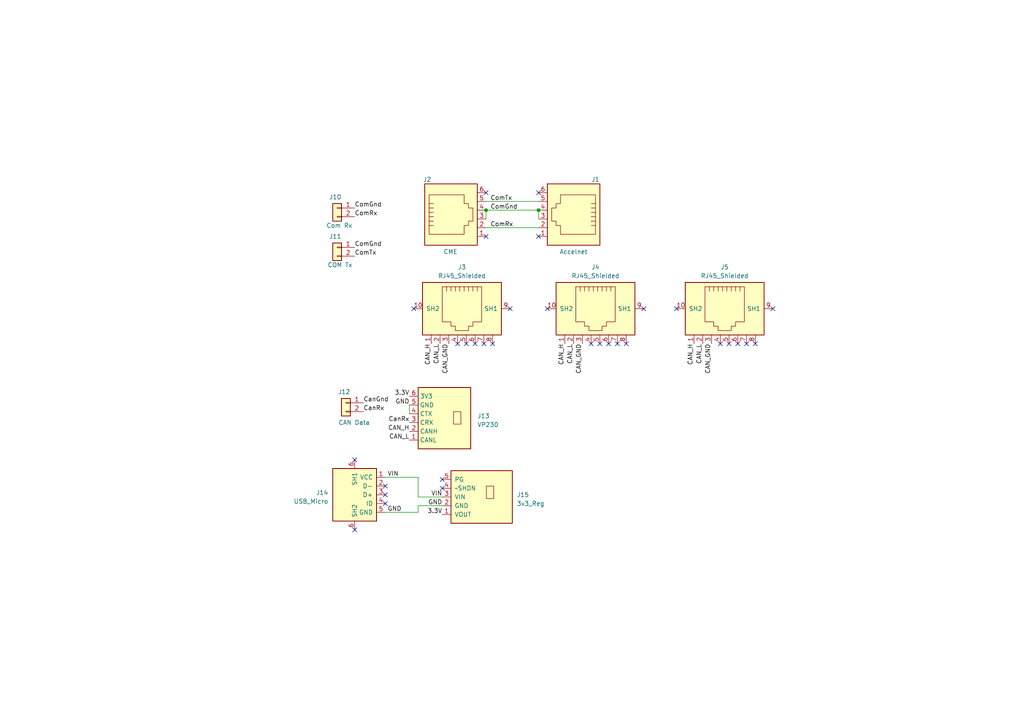
<source format=kicad_sch>
(kicad_sch (version 20230121) (generator eeschema)
  (paper "A4")
  (lib_symbols
    (symbol ".tls-symbols:Pololu_3V3_Reg" (pin_names (offset 1.016))
      (property "Reference" "J" (at 9.906 8.636 0))
      (property "Value" "3v3_Reg" (at -4.318 9.144 0))
      (symbol "Pololu_3V3_Reg_0_1"
        (rectangle (start -7.62 7.62) (end 10.16 -7.62) (stroke (width 0.254)) (fill (type background)))
        (rectangle (start 2.6416 3.1496) (end 4.7752 -0.4572))
      )
      (symbol "Pololu_3V3_Reg_1_1"
        (pin power_out line (at -10.16 -5.08 0) (length 2.54) (name "VOUT") (number "1"))
        (pin passive line (at -10.16 -2.54 0) (length 2.54) (name "GND") (number "2"))
        (pin power_in line (at -10.16 0 0) (length 2.54) (name "VIN") (number "3"))
        (pin input line (at -10.16 2.54 0) (length 2.54) (name "~SHDN") (number "4"))
        (pin output line (at -10.16 5.08 0) (length 2.54) (name "PG") (number "5"))
      )
    )
    (symbol ".tls-symbols:RJ45_Shielded" (pin_names (offset 1.016))
      (property "Reference" "J" (at -5.08 13.97 0))
      (property "Value" "RJ45_Shielded" (at 2.54 13.97 0))
      (symbol "RJ45_Shielded_0_1"
        (rectangle (start -7.62 12.7) (end 7.62 -10.16) (stroke (width 0.254)) (fill (type background)))
        (polyline (pts (xy -5.08 4.445) (xy -6.35 4.445)))
        (polyline (pts (xy -5.08 5.715) (xy -6.35 5.715)))
        (polyline (pts (xy -6.35 -3.175) (xy -5.08 -3.175) (xy -5.08 -3.175)))
        (polyline (pts (xy -6.35 -1.905) (xy -5.08 -1.905) (xy -5.08 -1.905)))
        (polyline (pts (xy -6.35 -0.635) (xy -5.08 -0.635) (xy -5.08 -0.635)))
        (polyline (pts (xy -6.35 0.635) (xy -5.08 0.635) (xy -5.08 0.635)))
        (polyline (pts (xy -6.35 1.905) (xy -5.08 1.905) (xy -5.08 1.905)))
        (polyline (pts (xy -5.08 3.175) (xy -6.35 3.175) (xy -6.35 3.175)))
        (polyline (pts (xy -6.35 -4.445) (xy -6.35 6.985) (xy 3.81 6.985) (xy 3.81 4.445) (xy 5.08 4.445) (xy 5.08 3.175) (xy 6.35 3.175) (xy 6.35 -0.635) (xy 5.08 -0.635) (xy 5.08 -1.905) (xy 3.81 -1.905) (xy 3.81 -4.445) (xy -6.35 -4.445) (xy -6.35 -4.445)))
      )
      (symbol "RJ45_Shielded_1_1"
        (pin passive line (at 10.16 -7.62 180) (length 2.54) (name "~") (number "1"))
        (pin passive line (at 0 -12.7 90) (length 2.54) (name "SH2") (number "10"))
        (pin passive line (at 10.16 -5.08 180) (length 2.54) (name "~") (number "2"))
        (pin passive line (at 10.16 -2.54 180) (length 2.54) (name "~") (number "3"))
        (pin passive line (at 10.16 0 180) (length 2.54) (name "~") (number "4"))
        (pin passive line (at 10.16 2.54 180) (length 2.54) (name "~") (number "5"))
        (pin passive line (at 10.16 5.08 180) (length 2.54) (name "~") (number "6"))
        (pin passive line (at 10.16 7.62 180) (length 2.54) (name "~") (number "7"))
        (pin passive line (at 10.16 10.16 180) (length 2.54) (name "~") (number "8"))
        (pin passive line (at 0 15.24 270) (length 2.54) (name "SH1") (number "9"))
      )
    )
    (symbol ".tls-symbols:USB_Micro_Breakout" (pin_names (offset 1.016))
      (property "Reference" "J" (at 6.096 8.636 0))
      (property "Value" "USB_Micro_Breakout" (at -7.62 -12.7 0))
      (symbol "USB_Micro_Breakout_0_1"
        (rectangle (start -6.35 7.62) (end 6.35 -7.62) (stroke (width 0.254)) (fill (type background)))
      )
      (symbol "USB_Micro_Breakout_1_1"
        (pin power_out line (at 8.89 5.08 180) (length 2.54) (name "VCC") (number "1"))
        (pin bidirectional line (at 8.89 2.54 180) (length 2.54) (name "D-") (number "2"))
        (pin bidirectional line (at 8.89 0 180) (length 2.54) (name "D+") (number "3"))
        (pin output line (at 8.89 -2.54 180) (length 2.54) (name "ID") (number "4"))
        (pin passive line (at 8.89 -5.08 180) (length 2.54) (name "GND") (number "5"))
        (pin passive line (at 0 10.16 270) (length 2.54) (name "SH1") (number "6"))
        (pin passive line (at 0 -10.16 90) (length 2.54) (name "SH2") (number "6"))
      )
    )
    (symbol ".tls-symbols:VP230_Breakout"
      (property "Reference" "J" (at -5.08 11.43 0))
      (property "Value" "VP230" (at 2.54 11.43 0))
      (symbol "VP230_Breakout_0_1"
        (rectangle (start -7.62 10.16) (end 7.62 -7.62) (stroke (width 0.254)) (fill (type background)))
        (rectangle (start 2.6416 3.1496) (end 4.7752 -0.4572))
      )
      (symbol "VP230_Breakout_1_1"
        (pin input line (at -10.16 -5.08 0) (length 2.54) (name "CANL") (number "1"))
        (pin input line (at -10.16 -2.54 0) (length 2.54) (name "CANH") (number "2"))
        (pin output line (at -10.16 0 0) (length 2.54) (name "CRX") (number "3"))
        (pin output line (at -10.16 2.54 0) (length 2.54) (name "CTX") (number "4"))
        (pin passive line (at -10.16 5.08 0) (length 2.54) (name "GND") (number "5"))
        (pin input line (at -10.16 7.62 0) (length 2.54) (name "3V3") (number "6"))
      )
    )
    (symbol "Connector:RJ12" (pin_names (offset 1.016))
      (property "Reference" "J" (at -5.08 11.43 0))
      (property "Value" "RJ12" (at 2.54 11.43 0))
      (symbol "RJ12_0_1"
        (polyline (pts (xy -6.35 -1.905) (xy -5.08 -1.905) (xy -5.08 -1.905)))
        (polyline (pts (xy -6.35 -0.635) (xy -5.08 -0.635) (xy -5.08 -0.635)))
        (polyline (pts (xy -6.35 0.635) (xy -5.08 0.635) (xy -5.08 0.635)))
        (polyline (pts (xy -6.35 1.905) (xy -5.08 1.905) (xy -5.08 1.905)))
        (polyline (pts (xy -6.35 3.175) (xy -5.08 3.175) (xy -5.08 3.175)))
        (polyline (pts (xy -5.08 4.445) (xy -6.35 4.445) (xy -6.35 4.445)))
        (polyline (pts (xy -6.35 -4.445) (xy -6.35 6.985) (xy 3.81 6.985) (xy 3.81 4.445) (xy 5.08 4.445) (xy 5.08 3.175) (xy 6.35 3.175) (xy 6.35 -0.635) (xy 5.08 -0.635) (xy 5.08 -1.905) (xy 3.81 -1.905) (xy 3.81 -4.445) (xy -6.35 -4.445) (xy -6.35 -4.445)))
        (rectangle (start 7.62 10.16) (end -7.62 -7.62) (stroke (width 0.254)) (fill (type background)))
      )
      (symbol "RJ12_1_1"
        (pin passive line (at 10.16 -5.08 180) (length 2.54) (name "~") (number "1"))
        (pin passive line (at 10.16 -2.54 180) (length 2.54) (name "~") (number "2"))
        (pin passive line (at 10.16 0 180) (length 2.54) (name "~") (number "3"))
        (pin passive line (at 10.16 2.54 180) (length 2.54) (name "~") (number "4"))
        (pin passive line (at 10.16 5.08 180) (length 2.54) (name "~") (number "5"))
        (pin passive line (at 10.16 7.62 180) (length 2.54) (name "~") (number "6"))
      )
    )
    (symbol "Connector_Generic:Conn_01x02" (pin_names (offset 1.016) hide)
      (property "Reference" "J" (at 0 2.54 0))
      (property "Value" "Conn_01x02" (at 0 -5.08 0))
      (symbol "Conn_01x02_1_1"
        (rectangle (start -1.27 -2.413) (end 0 -2.667) (stroke (width 0.1524)))
        (rectangle (start -1.27 0.127) (end 0 -0.127) (stroke (width 0.1524)))
        (rectangle (start -1.27 1.27) (end 1.27 -3.81) (stroke (width 0.254)) (fill (type background)))
        (pin passive line (at -5.08 0 0) (length 3.81) (name "Pin_1") (number "1"))
        (pin passive line (at -5.08 -2.54 0) (length 3.81) (name "Pin_2") (number "2"))
      )
    )
    (symbol "RJ45_Shielded_1" (pin_names (offset 1.016))
      (property "Reference" "J" (at -5.08 13.97 0))
      (property "Value" "RJ45_Shielded" (at 2.54 13.97 0))
      (symbol "RJ45_Shielded_1_0_1"
        (rectangle (start -7.62 12.7) (end 7.62 -10.16) (stroke (width 0.254)) (fill (type background)))
        (polyline (pts (xy -5.08 4.445) (xy -6.35 4.445)))
        (polyline (pts (xy -5.08 5.715) (xy -6.35 5.715)))
        (polyline (pts (xy -6.35 -3.175) (xy -5.08 -3.175) (xy -5.08 -3.175)))
        (polyline (pts (xy -6.35 -1.905) (xy -5.08 -1.905) (xy -5.08 -1.905)))
        (polyline (pts (xy -6.35 -0.635) (xy -5.08 -0.635) (xy -5.08 -0.635)))
        (polyline (pts (xy -6.35 0.635) (xy -5.08 0.635) (xy -5.08 0.635)))
        (polyline (pts (xy -6.35 1.905) (xy -5.08 1.905) (xy -5.08 1.905)))
        (polyline (pts (xy -5.08 3.175) (xy -6.35 3.175) (xy -6.35 3.175)))
        (polyline (pts (xy -6.35 -4.445) (xy -6.35 6.985) (xy 3.81 6.985) (xy 3.81 4.445) (xy 5.08 4.445) (xy 5.08 3.175) (xy 6.35 3.175) (xy 6.35 -0.635) (xy 5.08 -0.635) (xy 5.08 -1.905) (xy 3.81 -1.905) (xy 3.81 -4.445) (xy -6.35 -4.445) (xy -6.35 -4.445)))
      )
      (symbol "RJ45_Shielded_1_1_1"
        (pin passive line (at 10.16 -7.62 180) (length 2.54) (name "~") (number "1"))
        (pin passive line (at 0 -12.7 90) (length 2.54) (name "SH2") (number "10"))
        (pin passive line (at 10.16 -5.08 180) (length 2.54) (name "~") (number "2"))
        (pin passive line (at 10.16 -2.54 180) (length 2.54) (name "~") (number "3"))
        (pin passive line (at 10.16 0 180) (length 2.54) (name "~") (number "4"))
        (pin passive line (at 10.16 2.54 180) (length 2.54) (name "~") (number "5"))
        (pin passive line (at 10.16 5.08 180) (length 2.54) (name "~") (number "6"))
        (pin passive line (at 10.16 7.62 180) (length 2.54) (name "~") (number "7"))
        (pin passive line (at 10.16 10.16 180) (length 2.54) (name "~") (number "8"))
        (pin passive line (at 0 15.24 270) (length 2.54) (name "SH1") (number "9"))
      )
    )
    (symbol "RJ45_Shielded_2" (pin_names (offset 1.016))
      (property "Reference" "J" (at -5.08 13.97 0))
      (property "Value" "RJ45_Shielded" (at 2.54 13.97 0))
      (symbol "RJ45_Shielded_2_0_1"
        (rectangle (start -7.62 12.7) (end 7.62 -10.16) (stroke (width 0.254)) (fill (type background)))
        (polyline (pts (xy -5.08 4.445) (xy -6.35 4.445)))
        (polyline (pts (xy -5.08 5.715) (xy -6.35 5.715)))
        (polyline (pts (xy -6.35 -3.175) (xy -5.08 -3.175) (xy -5.08 -3.175)))
        (polyline (pts (xy -6.35 -1.905) (xy -5.08 -1.905) (xy -5.08 -1.905)))
        (polyline (pts (xy -6.35 -0.635) (xy -5.08 -0.635) (xy -5.08 -0.635)))
        (polyline (pts (xy -6.35 0.635) (xy -5.08 0.635) (xy -5.08 0.635)))
        (polyline (pts (xy -6.35 1.905) (xy -5.08 1.905) (xy -5.08 1.905)))
        (polyline (pts (xy -5.08 3.175) (xy -6.35 3.175) (xy -6.35 3.175)))
        (polyline (pts (xy -6.35 -4.445) (xy -6.35 6.985) (xy 3.81 6.985) (xy 3.81 4.445) (xy 5.08 4.445) (xy 5.08 3.175) (xy 6.35 3.175) (xy 6.35 -0.635) (xy 5.08 -0.635) (xy 5.08 -1.905) (xy 3.81 -1.905) (xy 3.81 -4.445) (xy -6.35 -4.445) (xy -6.35 -4.445)))
      )
      (symbol "RJ45_Shielded_2_1_1"
        (pin passive line (at 10.16 -7.62 180) (length 2.54) (name "~") (number "1"))
        (pin passive line (at 0 -12.7 90) (length 2.54) (name "SH2") (number "10"))
        (pin passive line (at 10.16 -5.08 180) (length 2.54) (name "~") (number "2"))
        (pin passive line (at 10.16 -2.54 180) (length 2.54) (name "~") (number "3"))
        (pin passive line (at 10.16 0 180) (length 2.54) (name "~") (number "4"))
        (pin passive line (at 10.16 2.54 180) (length 2.54) (name "~") (number "5"))
        (pin passive line (at 10.16 5.08 180) (length 2.54) (name "~") (number "6"))
        (pin passive line (at 10.16 7.62 180) (length 2.54) (name "~") (number "7"))
        (pin passive line (at 10.16 10.16 180) (length 2.54) (name "~") (number "8"))
        (pin passive line (at 0 15.24 270) (length 2.54) (name "SH1") (number "9"))
      )
    )
  )
  (junction (at 156.21 60.96))
  (junction (at 140.97 60.96))
  (no_connect (at 156.21 55.88))
  (no_connect (at 140.97 68.58))
  (no_connect (at 102.87 133.35))
  (no_connect (at 111.76 143.51))
  (no_connect (at 137.795 99.695))
  (no_connect (at 216.535 99.695))
  (no_connect (at 171.45 99.695))
  (no_connect (at 135.255 99.695))
  (no_connect (at 140.335 99.695))
  (no_connect (at 208.915 99.695))
  (no_connect (at 211.455 99.695))
  (no_connect (at 120.015 89.535))
  (no_connect (at 156.21 68.58))
  (no_connect (at 111.76 146.05))
  (no_connect (at 132.715 99.695))
  (no_connect (at 179.07 99.695))
  (no_connect (at 219.075 99.695))
  (no_connect (at 186.69 89.535))
  (no_connect (at 196.215 89.535))
  (no_connect (at 102.87 153.67))
  (no_connect (at 176.53 99.695))
  (no_connect (at 128.27 139.065))
  (no_connect (at 213.995 99.695))
  (no_connect (at 158.75 89.535))
  (no_connect (at 224.155 89.535))
  (no_connect (at 140.97 55.88))
  (no_connect (at 111.76 140.97))
  (no_connect (at 181.61 99.695))
  (no_connect (at 128.27 141.605))
  (no_connect (at 142.875 99.695))
  (no_connect (at 147.955 89.535))
  (no_connect (at 173.99 99.695))
  (wire (pts (xy 140.97 60.96) (xy 140.97 63.5)))
  (wire (pts (xy 121.285 144.145) (xy 128.27 144.145)))
  (wire (pts (xy 156.21 60.96) (xy 156.21 63.5)))
  (wire (pts (xy 121.285 138.43) (xy 121.285 144.145)))
  (wire (pts (xy 111.76 148.59) (xy 121.285 148.59)))
  (wire (pts (xy 140.97 60.96) (xy 156.21 60.96)))
  (wire (pts (xy 140.97 66.04) (xy 156.21 66.04)))
  (wire (pts (xy 121.285 146.685) (xy 128.27 146.685)))
  (wire (pts (xy 118.745 120.015) (xy 118.745 117.475)))
  (wire (pts (xy 140.97 58.42) (xy 156.21 58.42)))
  (wire (pts (xy 121.285 148.59) (xy 121.285 146.685)))
  (wire (pts (xy 111.76 138.43) (xy 121.285 138.43)))
  (label "CAN_H" (at 163.83 99.695 270))
  (label "CanRx" (at 118.745 122.555 180))
  (label "CAN_L" (at 166.37 99.695 270))
  (label "VIN" (at 128.27 144.145 180))
  (label "CAN_GND" (at 168.91 99.695 270))
  (label "VIN" (at 112.395 138.43 0))
  (label "ComGnd" (at 102.87 71.755 0))
  (label "GND" (at 128.27 146.685 180))
  (label "ComRx" (at 142.24 66.04 0))
  (label "CAN_L" (at 127.635 99.695 270))
  (label "CAN_H" (at 125.095 99.695 270))
  (label "CAN_GND" (at 130.175 99.695 270))
  (label "ComRx" (at 102.87 62.865 0))
  (label "3.3V" (at 128.27 149.225 180))
  (label "ComTx" (at 142.24 58.42 0))
  (label "CAN_H" (at 118.745 125.095 180))
  (label "CAN_GND" (at 206.375 99.695 270))
  (label "CanGnd" (at 105.41 116.84 0))
  (label "ComGnd" (at 102.87 60.325 0))
  (label "CAN_L" (at 203.835 99.695 270))
  (label "3.3V" (at 118.745 114.935 180))
  (label "CAN_L" (at 118.745 127.635 180))
  (label "GND" (at 118.745 117.475 180))
  (label "GND" (at 112.395 148.59 0))
  (label "ComTx" (at 102.87 74.295 0))
  (label "CAN_H" (at 201.295 99.695 270))
  (label "CanRx" (at 105.41 119.38 0))
  (label "ComGnd" (at 142.24 60.96 0))
  (symbol (lib_id "Connector:RJ12") (at 166.37 63.5 0) (mirror y) (unit 1)
    (property "Reference" "J1" (at 172.72 52.07 0))
    (property "Value" "Accelnet" (at 166.37 73.025 0))
    (property "Footprint" ".tls-footprints:RJ12, 12.2x13 mm" (effects hide))
  )
  (symbol (lib_id "Connector:RJ12") (at 130.81 63.5 0) (unit 1)
    (property "Reference" "J2" (at 125.095 52.07 0) (effects (justify right)))
    (property "Value" "CME" (at 132.715 73.025 0) (effects (justify right)))
    (property "Footprint" ".tls-footprints:RJ12, 12.2x13 mm" (effects hide))
  )
  (symbol (lib_id "Connector_Generic:Conn_01x02") (at 100.33 116.84 0) (mirror y) (unit 1)
    (property "Reference" "J12" (at 101.6 113.665 0) (effects (justify left)))
    (property "Value" "CAN Data" (at 107.315 122.555 0) (effects (justify left)))
    (property "Footprint" "Connector_PinHeader_2.54mm:PinHeader_1x02_P2.54mm_Vertical" (effects hide))
  )
  (symbol (lib_id "Connector_Generic:Conn_01x02") (at 97.79 71.755 0) (mirror y) (unit 1)
    (property "Reference" "J11" (at 99.06 68.58 0) (effects (justify left)))
    (property "Value" "COM Tx" (at 102.235 76.835 0) (effects (justify left)))
    (property "Footprint" "Connector_PinHeader_2.54mm:PinHeader_1x02_P2.54mm_Vertical" (effects hide))
  )
  (symbol (lib_id ".tls-symbols:RJ45_Shielded") (at 208.915 89.535 270) (unit 1)
    (property "Reference" "J5" (at 210.185 77.47 90))
    (property "Value" "RJ45_Shielded" (at 210.185 80.01 90))
    (property "Footprint" ".tls-footprints:RJ45_Ninigi_GE" (effects hide))
  )
  (symbol (lib_id ".tls-symbols:USB_Micro_Breakout") (at 102.87 143.51 0) (unit 1)
    (property "Reference" "J14" (at 95.25 142.875 0) (effects (justify right)))
    (property "Value" "USB_Micro" (at 95.25 145.415 0) (effects (justify right)))
    (property "Footprint" ".tls-footprints:USB_Micro_Breakout" (effects hide))
  )
  (symbol (lib_id ".tls-symbols:Pololu_3V3_Reg") (at 138.43 144.145 0) (unit 1)
    (property "Reference" "J15" (at 149.86 143.51 0) (effects (justify left)))
    (property "Value" "3v3_Reg" (at 149.86 146.05 0) (effects (justify left)))
    (property "Footprint" ".tls-footprints:Pololu Regulator" (effects hide))
  )
  (symbol (lib_name "RJ45_Shielded_1") (lib_id ".tls-symbols:RJ45_Shielded") (at 132.715 89.535 270) (unit 1)
    (property "Reference" "J3" (at 133.985 77.47 90))
    (property "Value" "RJ45_Shielded" (at 133.985 80.01 90))
    (property "Footprint" ".tls-footprints:RJ45_Ninigi_GE" (effects hide))
  )
  (symbol (lib_id ".tls-symbols:VP230_Breakout") (at 128.905 122.555 0) (unit 1)
    (property "Reference" "J13" (at 138.43 120.65 0) (effects (justify left)))
    (property "Value" "VP230" (at 138.43 123.19 0) (effects (justify left)))
    (property "Footprint" ".tls-footprints:VP230 Breakout" (effects hide))
  )
  (symbol (lib_name "RJ45_Shielded_2") (lib_id ".tls-symbols:RJ45_Shielded") (at 171.45 89.535 270) (unit 1)
    (property "Reference" "J4" (at 172.72 77.47 90))
    (property "Value" "RJ45_Shielded" (at 172.72 80.01 90))
    (property "Footprint" ".tls-footprints:RJ45_Ninigi_GE" (effects hide))
  )
  (symbol (lib_id "Connector_Generic:Conn_01x02") (at 97.79 60.325 0) (mirror y) (unit 1)
    (property "Reference" "J10" (at 99.06 57.15 0) (effects (justify left)))
    (property "Value" "Com Rx" (at 102.235 65.405 0) (effects (justify left)))
    (property "Footprint" "Connector_PinHeader_2.54mm:PinHeader_1x02_P2.54mm_Vertical" (effects hide))
  )
)
</source>
